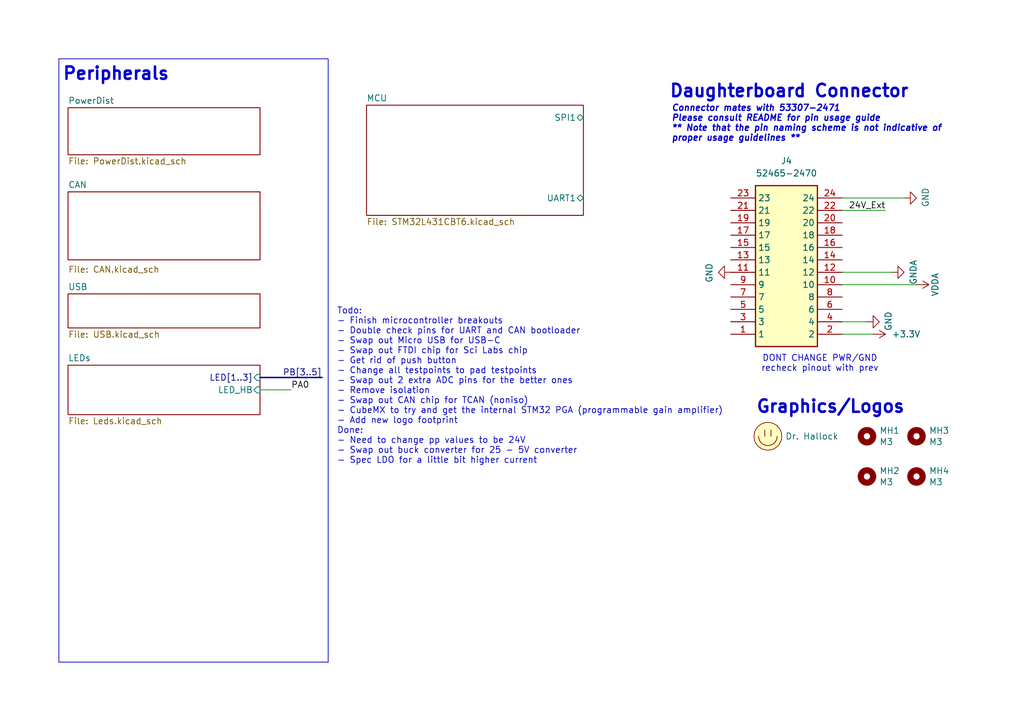
<source format=kicad_sch>
(kicad_sch (version 20250114) (generator "eeschema") (generator_version "9.0")
  (paper "A5")
  (title_block (title "Peripheral SOM") (rev "B") (company "LHRs"))
  (lib_symbols
    (symbol "Mechanical:MountingHole" (pin_names (offset 1.016)) (exclude_from_sim yes) (in_bom no)
      (property "Reference" "H" (at 0 5.08 0))
      (property "Value" "MountingHole" (at 0 3.175 0))
      (symbol "MountingHole_0_1"
        (circle (center 0 0) (radius 1.27) (stroke (width 1.27)))
      )
    )
    (symbol "power:+3.3V" (power) (pin_numbers (hide yes)) (pin_names (offset 0) (hide yes))
      (property "Value" "+3.3V" (at 0 3.556 0))
      (symbol "+3.3V_0_1"
        (polyline (pts (xy -0.762 1.27) (xy 0 2.54)))
        (polyline (pts (xy 0 2.54) (xy 0.762 1.27)))
        (polyline (pts (xy 0 0) (xy 0 2.54)))
      )
      (symbol "+3.3V_1_1"
        (pin power_in line (at 0 0 90) (length 0) (name "~") (number "1"))
      )
    )
    (symbol "power:GND" (power) (pin_numbers (hide yes)) (pin_names (offset 0) (hide yes))
      (property "Value" "GND" (at 0 -3.81 0))
      (symbol "GND_0_1"
        (polyline (pts (xy 0 0) (xy 0 -1.27) (xy 1.27 -1.27) (xy 0 -2.54) (xy -1.27 -1.27) (xy 0 -1.27)))
      )
      (symbol "GND_1_1"
        (pin power_in line (at 0 0 270) (length 0) (name "~") (number "1"))
      )
    )
    (symbol "power:GNDA" (power) (pin_numbers (hide yes)) (pin_names (offset 0) (hide yes))
      (property "Value" "GNDA" (at 0 -3.81 0))
      (symbol "GNDA_0_1"
        (polyline (pts (xy 0 0) (xy 0 -1.27) (xy 1.27 -1.27) (xy 0 -2.54) (xy -1.27 -1.27) (xy 0 -1.27)))
      )
      (symbol "GNDA_1_1"
        (pin power_in line (at 0 0 270) (length 0) (name "~") (number "1"))
      )
    )
    (symbol "power:VDDA" (power) (pin_numbers (hide yes)) (pin_names (offset 0) (hide yes))
      (property "Value" "VDDA" (at 0 3.556 0))
      (symbol "VDDA_0_1"
        (polyline (pts (xy -0.762 1.27) (xy 0 2.54)))
        (polyline (pts (xy 0 2.54) (xy 0.762 1.27)))
        (polyline (pts (xy 0 0) (xy 0 2.54)))
      )
      (symbol "VDDA_1_1"
        (pin power_in line (at 0 0 90) (length 0) (name "~") (number "1"))
      )
    )
    (symbol "utsvt-connectors:52465-2470"
      (property "Reference" "J" (at 4.826 7.366 0))
      (property "Value" "52465-2470" (at 4.826 4.826 0))
      (symbol "52465-2470_1_1"
        (rectangle (start 5.08 2.54) (end 17.78 -30.48) (stroke (width 0.254)) (fill (type background)))
        (pin passive line (at 0 0 0) (length 5.08) (name "23") (number "23"))
        (pin passive line (at 0 -2.54 0) (length 5.08) (name "21") (number "21"))
        (pin passive line (at 0 -5.08 0) (length 5.08) (name "19") (number "19"))
        (pin passive line (at 0 -7.62 0) (length 5.08) (name "17") (number "17"))
        (pin passive line (at 0 -10.16 0) (length 5.08) (name "15") (number "15"))
        (pin passive line (at 0 -12.7 0) (length 5.08) (name "13") (number "13"))
        (pin passive line (at 0 -15.24 0) (length 5.08) (name "11") (number "11"))
        (pin passive line (at 0 -17.78 0) (length 5.08) (name "9") (number "9"))
        (pin passive line (at 0 -20.32 0) (length 5.08) (name "7") (number "7"))
        (pin passive line (at 0 -22.86 0) (length 5.08) (name "5") (number "5"))
        (pin passive line (at 0 -25.4 0) (length 5.08) (name "3") (number "3"))
        (pin passive line (at 0 -27.94 0) (length 5.08) (name "1") (number "1"))
        (pin passive line (at 22.86 0 180) (length 5.08) (name "24") (number "24"))
        (pin passive line (at 22.86 -2.54 180) (length 5.08) (name "22") (number "22"))
        (pin passive line (at 22.86 -5.08 180) (length 5.08) (name "20") (number "20"))
        (pin passive line (at 22.86 -7.62 180) (length 5.08) (name "18") (number "18"))
        (pin passive line (at 22.86 -10.16 180) (length 5.08) (name "16") (number "16"))
        (pin passive line (at 22.86 -12.7 180) (length 5.08) (name "14") (number "14"))
        (pin passive line (at 22.86 -15.24 180) (length 5.08) (name "12") (number "12"))
        (pin passive line (at 22.86 -17.78 180) (length 5.08) (name "10") (number "10"))
        (pin passive line (at 22.86 -20.32 180) (length 5.08) (name "8") (number "8"))
        (pin passive line (at 22.86 -22.86 180) (length 5.08) (name "6") (number "6"))
        (pin passive line (at 22.86 -25.4 180) (length 5.08) (name "4") (number "4"))
        (pin passive line (at 22.86 -27.94 180) (length 5.08) (name "2") (number "2"))
      )
    )
    (symbol "utsvt-misc:Logo_Placeholder" (pin_names (offset 1.016))
      (property "Value" "Logo_Placeholder" (at 0 3.81 0))
      (symbol "Logo_Placeholder_0_1"
        (polyline (pts (xy -0.635 1.27) (xy -0.635 0)))
        (arc (start 1.905 0) (mid 0 -1.8967) (end -1.905 0))
        (circle (center 0 0) (radius 2.8448) (fill (type background)))
        (polyline (pts (xy 0.635 1.27) (xy 0.635 0)))
      )
    )
  )
  (rectangle (start 12.065 12.065) (end 67.31 135.89))
  (text "Todo:\n- Finish microcontroller breakouts\n- Double check pins for UART and CAN bootloader\n- Swap out Micro USB for USB-C\n- Swap out FTDI chip for Sci Labs chip\n- Get rid of push button\n- Change all testpoints to pad testpoints\n- Swap out 2 extra ADC pins for the better ones\n- Remove isolation\n- Swap out CAN chip for TCAN (noniso)\n- CubeMX to try and get the internal STM32 PGA (programmable gain amplifier)\n- Add new logo footprint\nDone:\n- Need to change pp values to be 24V\n- Swap out buck converter for 25 - 5V converter\n- Spec LDO for a little bit higher current" (at 69.088 79.248 0) (effects (font (size 1.27 1.27)) (justify left)))
  (text "Graphics/Logos" (at 154.94 85.09 0) (effects (font (size 2.54 2.54) (thickness 0.508) (bold yes)) (justify left bottom)))
  (text "Daughterboard Connector" (at 137.16 20.32 0) (effects (font (size 2.54 2.54) (thickness 0.508) (bold yes)) (justify left bottom)))
  (text "Peripherals" (at 12.7 16.764 0) (effects (font (size 2.54 2.54) (thickness 0.508) (bold yes)) (justify left bottom)))
  (text "DONT CHANGE PWR/GND\nrecheck pinout with prev" (at 168.148 74.676 0) (effects (font (size 1.27 1.27))))
  (text "Connector mates with 53307-2471\nPlease consult README for pin usage guide\n** Note that the pin naming scheme is not indicative of \nproper usage guidelines **" (at 137.668 29.21 0) (effects (font (size 1.27 1.27) (thickness 0.254) (bold yes) (italic yes)) (justify left bottom)))
  (wire (pts (xy 172.72 43.18) (xy 181.61 43.18)))
  (bus (pts (xy 53.34 77.47) (xy 66.04 77.47)))
  (wire (pts (xy 172.72 55.88) (xy 182.88 55.88)))
  (wire (pts (xy 172.72 40.64) (xy 185.42 40.64)))
  (wire (pts (xy 59.69 80.01) (xy 53.34 80.01)))
  (wire (pts (xy 172.72 58.42) (xy 187.96 58.42)))
  (wire (pts (xy 172.72 68.58) (xy 179.07 68.58)))
  (wire (pts (xy 172.72 66.04) (xy 177.8 66.04)))
  (label "PB[3..5]" (at 66.04 77.47 180))
  (label "24V_Ext" (at 181.61 43.18 180))
  (label "PA0" (at 59.69 80.01 0))
  (symbol (lib_id "Mechanical:MountingHole") (at 187.96 89.535 0) (unit 1)
    (property "Reference" "MH3" (at 190.5 88.3666 0) (effects (justify left)))
    (property "Value" "M3" (at 190.5 90.678 0) (effects (justify left)))
    (property "Description" "Mounting Hole without connection" (effects (hide yes)))
  )
  (symbol (lib_id "power:GND") (at 185.42 40.64 90) (unit 1)
    (property "Reference" "#PWR013" (effects (hide yes)))
    (property "Value" "GND" (at 189.8142 40.513 0))
    (property "Description" "Power symbol creates a global label with name \"GND\" , ground" (effects (hide yes)))
  )
  (symbol (lib_id "power:VDDA") (at 187.96 58.42 270) (unit 1)
    (property "Reference" "#PWR070" (effects (hide yes)))
    (property "Value" "VDDA" (at 191.77 58.42 0))
    (property "Description" "Power symbol creates a global label with name \"VDDA\"" (effects (hide yes)))
  )
  (symbol (lib_id "utsvt-connectors:52465-2470") (at 149.86 40.64 0) (unit 1)
    (property "Reference" "J4" (at 161.29 33.02 0))
    (property "Value" "52465-2470" (at 161.29 35.56 0))
    (property "Datasheet" "https://www.molex.com/pdm_docs/sd/524652470_sd.pdf" (effects (hide yes)))
    (property "Description" "0.8 BTB HSG ASSY SMT 24CKT EMBSTP PKG" (effects (hide yes)))
    (property "Mouser Part Number" "538-52465-2470" (effects (hide yes)))
    (property "Manufacturer_Name" "Molex" (effects (hide yes)))
    (property "P/N" "52465-2470" (effects (hide yes)))
  )
  (symbol (lib_id "power:+3.3V") (at 179.07 68.58 270) (unit 1)
    (property "Reference" "#PWR068" (effects (hide yes)))
    (property "Value" "+3.3V" (at 182.88 68.5799 90) (effects (justify left)))
    (property "Description" "Power symbol creates a global label with name \"+3.3V\"" (effects (hide yes)))
  )
  (symbol (lib_id "utsvt-misc:Logo_Placeholder") (at 157.48 89.535 0) (unit 1)
    (property "Reference" "LOGO1" (effects (hide yes)))
    (property "Value" "Dr. Hallock" (at 161.036 89.535 0) (effects (justify left)))
    (property "Description" "Graph footprint placeholder" (effects (hide yes)))
  )
  (symbol (lib_id "power:GND") (at 149.86 55.88 270) (unit 1)
    (property "Reference" "#PWR066" (effects (hide yes)))
    (property "Value" "GND" (at 145.4658 56.007 0))
    (property "Description" "Power symbol creates a global label with name \"GND\" , ground" (effects (hide yes)))
  )
  (symbol (lib_id "Mechanical:MountingHole") (at 177.8 89.535 0) (unit 1)
    (property "Reference" "MH1" (at 180.34 88.3666 0) (effects (justify left)))
    (property "Value" "M3" (at 180.34 90.678 0) (effects (justify left)))
    (property "Description" "Mounting Hole without connection" (effects (hide yes)))
  )
  (symbol (lib_id "power:GND") (at 177.8 66.04 90) (unit 1)
    (property "Reference" "#PWR067" (effects (hide yes)))
    (property "Value" "GND" (at 182.1942 65.913 0))
    (property "Description" "Power symbol creates a global label with name \"GND\" , ground" (effects (hide yes)))
  )
  (symbol (lib_id "power:GNDA") (at 182.88 55.88 90) (unit 1)
    (property "Reference" "#PWR069" (effects (hide yes)))
    (property "Value" "GNDA" (at 187.325 55.88 0))
    (property "Description" "Power symbol creates a global label with name \"GNDA\" , analog ground" (effects (hide yes)))
  )
  (symbol (lib_id "Mechanical:MountingHole") (at 187.96 97.79 0) (unit 1)
    (property "Reference" "MH4" (at 190.5 96.6216 0) (effects (justify left)))
    (property "Value" "M3" (at 190.5 98.933 0) (effects (justify left)))
    (property "Description" "Mounting Hole without connection" (effects (hide yes)))
  )
  (symbol (lib_id "Mechanical:MountingHole") (at 177.8 97.79 0) (unit 1)
    (property "Reference" "MH2" (at 180.34 96.6216 0) (effects (justify left)))
    (property "Value" "M3" (at 180.34 98.933 0) (effects (justify left)))
    (property "Description" "Mounting Hole without connection" (effects (hide yes)))
  )
  (sheet (at 13.97 39.37) (size 39.37 13.97) (stroke (width 0.1524))
    (property "Sheetname" "CAN" (at 13.97 38.6584 0) (effects (justify left bottom)))
    (property "Sheetfile" "CAN.kicad_sch" (at 13.97 54.5596 0) (effects (justify left top)))
  )
  (sheet (at 75.184 21.59) (size 44.45 22.606) (stroke (width 0.1524))
    (property "Sheetname" "MCU" (at 75.184 20.8784 0) (effects (justify left bottom)))
    (property "Sheetfile" "STM32L431CBT6.kicad_sch" (at 75.184 44.7806 0) (effects (justify left top)))
    (pin "UART1" bidirectional (at 119.634 40.64 0))
    (pin "SPI1" bidirectional (at 119.634 24.13 0))
  )
  (sheet (at 13.97 74.93) (size 39.37 10.16) (stroke (width 0.1524))
    (property "Sheetname" "LEDs" (at 13.97 74.2184 0) (effects (justify left bottom)))
    (property "Sheetfile" "Leds.kicad_sch" (at 13.97 85.6746 0) (effects (justify left top)))
    (pin "LED[1..3]" input (at 53.34 77.47 0))
    (pin "LED_HB" input (at 53.34 80.01 0))
  )
  (sheet (at 13.97 22.098) (size 39.37 9.652) (stroke (width 0.1524))
    (property "Sheetname" "PowerDist" (at 13.97 21.3864 0) (effects (justify left bottom)))
    (property "Sheetfile" "PowerDist.kicad_sch" (at 13.97 32.3346 0) (effects (justify left top)))
  )
  (sheet (at 13.97 60.325) (size 39.37 6.985) (stroke (width 0.1524))
    (property "Sheetname" "USB" (at 13.97 59.6134 0) (effects (justify left bottom)))
    (property "Sheetfile" "USB.kicad_sch" (at 13.97 67.8946 0) (effects (justify left top)))
  )
)
</source>
